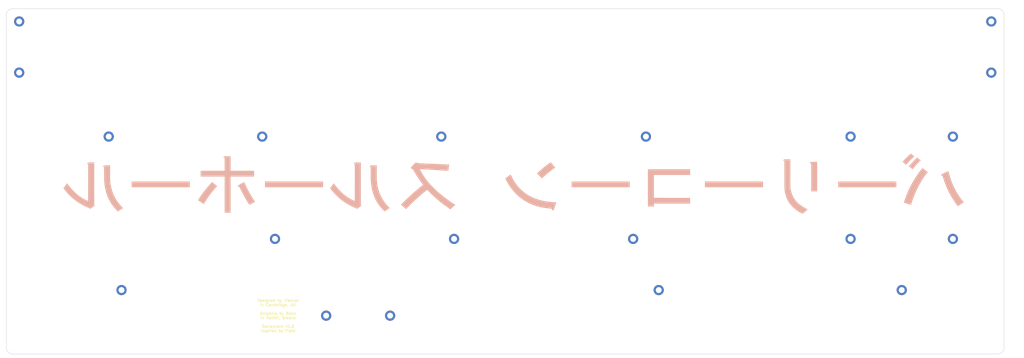
<source format=kicad_pcb>
(kicad_pcb (version 20171130) (host pcbnew "(5.1.0-0)")

  (general
    (thickness 1.6)
    (drawings 11)
    (tracks 0)
    (zones 0)
    (modules 21)
    (nets 2)
  )

  (page A3)
  (title_block
    (title "Barleycorn Back")
    (date 2020-06-30)
    (rev V1.0)
    (company Yiancar-Designs)
    (comment 1 "Inspired by Plaid")
  )

  (layers
    (0 F.Cu signal)
    (31 B.Cu signal)
    (32 B.Adhes user)
    (33 F.Adhes user)
    (34 B.Paste user)
    (35 F.Paste user)
    (36 B.SilkS user)
    (37 F.SilkS user)
    (38 B.Mask user)
    (39 F.Mask user)
    (40 Dwgs.User user)
    (41 Cmts.User user)
    (42 Eco1.User user)
    (43 Eco2.User user)
    (44 Edge.Cuts user)
    (45 Margin user)
    (46 B.CrtYd user)
    (47 F.CrtYd user)
    (48 B.Fab user)
    (49 F.Fab user)
  )

  (setup
    (last_trace_width 0.3)
    (user_trace_width 0.2)
    (user_trace_width 0.25)
    (user_trace_width 0.3)
    (user_trace_width 0.6)
    (trace_clearance 0.3)
    (zone_clearance 0.508)
    (zone_45_only yes)
    (trace_min 0.127)
    (via_size 1)
    (via_drill 0.6)
    (via_min_size 0.6)
    (via_min_drill 0.3)
    (user_via 1.7 1)
    (uvia_size 0.3)
    (uvia_drill 0.1)
    (uvias_allowed no)
    (uvia_min_size 0.2)
    (uvia_min_drill 0.1)
    (edge_width 0.15)
    (segment_width 0.2)
    (pcb_text_width 0.2)
    (pcb_text_size 1 1)
    (mod_edge_width 0.15)
    (mod_text_size 1 1)
    (mod_text_width 0.15)
    (pad_size 1.6 1.6)
    (pad_drill 0.8)
    (pad_to_mask_clearance 0.2)
    (solder_mask_min_width 0.2)
    (aux_axis_origin 22 24)
    (grid_origin 22 24)
    (visible_elements 7FFFFFFF)
    (pcbplotparams
      (layerselection 0x010f0_ffffffff)
      (usegerberextensions true)
      (usegerberattributes false)
      (usegerberadvancedattributes false)
      (creategerberjobfile false)
      (excludeedgelayer true)
      (linewidth 0.100000)
      (plotframeref false)
      (viasonmask false)
      (mode 1)
      (useauxorigin false)
      (hpglpennumber 1)
      (hpglpenspeed 20)
      (hpglpendiameter 15.000000)
      (psnegative false)
      (psa4output false)
      (plotreference true)
      (plotvalue true)
      (plotinvisibletext false)
      (padsonsilk false)
      (subtractmaskfromsilk false)
      (outputformat 1)
      (mirror false)
      (drillshape 0)
      (scaleselection 1)
      (outputdirectory "gerbers/back/"))
  )

  (net 0 "")
  (net 1 GND)

  (net_class Default "これはデフォルトのネット クラスです。"
    (clearance 0.3)
    (trace_width 0.3)
    (via_dia 1)
    (via_drill 0.6)
    (uvia_dia 0.3)
    (uvia_drill 0.1)
  )

  (net_class Power ""
    (clearance 0.3)
    (trace_width 0.8)
    (via_dia 1.2)
    (via_drill 0.8)
    (uvia_dia 0.3)
    (uvia_drill 0.1)
  )

  (module barleycorn:barleycorn_katakana (layer B.Cu) (tedit 0) (tstamp 5E437DEB)
    (at 201.175 71.425 180)
    (fp_text reference Ref** (at 0 0 180) (layer B.SilkS) hide
      (effects (font (size 1.27 1.27) (thickness 0.15)) (justify mirror))
    )
    (fp_text value Val** (at 0 0 180) (layer B.SilkS) hide
      (effects (font (size 1.27 1.27) (thickness 0.15)) (justify mirror))
    )
    (fp_poly (pts (xy -152.826889 -1.802611) (xy -152.77366 -1.84285) (xy -152.695913 -1.906531) (xy -152.59682 -1.990888)
      (xy -152.479553 -2.093152) (xy -152.347282 -2.210557) (xy -152.20318 -2.340334) (xy -152.050418 -2.479716)
      (xy -151.892167 -2.625936) (xy -151.881417 -2.635936) (xy -151.794021 -2.718448) (xy -151.684612 -2.823635)
      (xy -151.556777 -2.947913) (xy -151.414101 -3.087696) (xy -151.260172 -3.239397) (xy -151.098576 -3.399431)
      (xy -150.932899 -3.564213) (xy -150.766727 -3.730156) (xy -150.603648 -3.893675) (xy -150.447247 -4.051185)
      (xy -150.301112 -4.199099) (xy -150.168828 -4.333833) (xy -150.053982 -4.451799) (xy -149.960161 -4.549413)
      (xy -149.890951 -4.623089) (xy -149.863589 -4.653337) (xy -149.739296 -4.79425) (xy -150.266506 -5.281084)
      (xy -150.397201 -5.401652) (xy -150.522883 -5.517379) (xy -150.638905 -5.624) (xy -150.74062 -5.717252)
      (xy -150.823379 -5.792872) (xy -150.882536 -5.846596) (xy -150.904977 -5.866735) (xy -151.016239 -5.965553)
      (xy -151.298176 -5.655068) (xy -151.64724 -5.275829) (xy -152.00451 -4.897548) (xy -152.364673 -4.525559)
      (xy -152.722417 -4.165199) (xy -153.072429 -3.821803) (xy -153.409395 -3.500707) (xy -153.728003 -3.207247)
      (xy -153.799519 -3.142977) (xy -153.894295 -3.057315) (xy -153.977497 -2.980352) (xy -154.044172 -2.916817)
      (xy -154.089366 -2.871437) (xy -154.108127 -2.848936) (xy -154.108334 -2.848283) (xy -154.09373 -2.830056)
      (xy -154.050652 -2.788646) (xy -153.983392 -2.727676) (xy -153.896242 -2.650767) (xy -153.793494 -2.56154)
      (xy -153.679441 -2.463617) (xy -153.558375 -2.360621) (xy -153.434588 -2.256172) (xy -153.312372 -2.153892)
      (xy -153.19602 -2.057403) (xy -153.089824 -1.970327) (xy -152.998076 -1.896286) (xy -152.925068 -1.8389)
      (xy -152.875093 -1.801792) (xy -152.852443 -1.788584) (xy -152.852429 -1.788584) (xy -152.826889 -1.802611)) (layer B.SilkS) (width 0.01))
    (fp_poly (pts (xy -155.153981 -3.253744) (xy -155.102463 -3.296626) (xy -155.027325 -3.364907) (xy -154.931251 -3.455861)
      (xy -154.816927 -3.566762) (xy -154.687035 -3.694883) (xy -154.54426 -3.8375) (xy -154.391287 -3.991885)
      (xy -154.230799 -4.155313) (xy -154.065481 -4.325058) (xy -153.898018 -4.498394) (xy -153.731093 -4.672594)
      (xy -153.567391 -4.844933) (xy -153.409595 -5.012685) (xy -153.260391 -5.173124) (xy -153.122463 -5.323523)
      (xy -153.074596 -5.376334) (xy -152.991119 -5.469321) (xy -152.891551 -5.58113) (xy -152.781062 -5.705872)
      (xy -152.664824 -5.837656) (xy -152.548007 -5.970591) (xy -152.435781 -6.098786) (xy -152.333319 -6.216352)
      (xy -152.24579 -6.317399) (xy -152.178366 -6.396034) (xy -152.15132 -6.428083) (xy -152.06139 -6.535724)
      (xy -152.775737 -7.05991) (xy -152.929435 -7.172306) (xy -153.073291 -7.276759) (xy -153.203575 -7.370617)
      (xy -153.316557 -7.451227) (xy -153.408509 -7.515935) (xy -153.475701 -7.562087) (xy -153.514403 -7.587032)
      (xy -153.521834 -7.590708) (xy -153.546392 -7.576348) (xy -153.592993 -7.529429) (xy -153.659633 -7.452235)
      (xy -153.744308 -7.347045) (xy -153.807584 -7.265373) (xy -153.969731 -7.057303) (xy -154.152435 -6.829442)
      (xy -154.346849 -6.592457) (xy -154.544128 -6.357013) (xy -154.735426 -6.133774) (xy -154.911895 -5.933408)
      (xy -154.917939 -5.926667) (xy -155.023523 -5.811448) (xy -155.152325 -5.674832) (xy -155.298509 -5.522697)
      (xy -155.45624 -5.36092) (xy -155.619684 -5.195378) (xy -155.783005 -5.031949) (xy -155.940367 -4.876511)
      (xy -156.085937 -4.73494) (xy -156.213877 -4.613115) (xy -156.310724 -4.523775) (xy -156.401658 -4.441327)
      (xy -156.464816 -4.382052) (xy -156.504114 -4.341057) (xy -156.523465 -4.313447) (xy -156.526785 -4.294328)
      (xy -156.517988 -4.278805) (xy -156.511807 -4.272362) (xy -156.479477 -4.243943) (xy -156.420031 -4.194984)
      (xy -156.337862 -4.128893) (xy -156.237367 -4.049077) (xy -156.122938 -3.958946) (xy -155.998971 -3.861906)
      (xy -155.86986 -3.761365) (xy -155.74 -3.660731) (xy -155.613785 -3.563411) (xy -155.49561 -3.472815)
      (xy -155.389869 -3.392348) (xy -155.300958 -3.325419) (xy -155.233269 -3.275436) (xy -155.191199 -3.245806)
      (xy -155.179195 -3.238987) (xy -155.153981 -3.253744)) (layer B.SilkS) (width 0.01))
    (fp_poly (pts (xy -18.739904 -4.985069) (xy -18.690431 -5.01492) (xy -18.619387 -5.059441) (xy -18.533683 -5.11435)
      (xy -18.513466 -5.127452) (xy -18.106193 -5.399711) (xy -17.686241 -5.695931) (xy -17.252136 -6.017306)
      (xy -16.802408 -6.365029) (xy -16.335584 -6.740294) (xy -15.850192 -7.144294) (xy -15.344759 -7.578222)
      (xy -14.817813 -8.043272) (xy -14.267883 -8.540638) (xy -14.005142 -8.782129) (xy -13.606272 -9.150509)
      (xy -14.534171 -10.078588) (xy -14.697867 -10.242253) (xy -14.852478 -10.396716) (xy -14.995448 -10.53943)
      (xy -15.12422 -10.667847) (xy -15.236236 -10.77942) (xy -15.328938 -10.871604) (xy -15.399771 -10.941851)
      (xy -15.446176 -10.987613) (xy -15.465596 -11.006346) (xy -15.466022 -11.006667) (xy -15.482121 -10.993192)
      (xy -15.522931 -10.956557) (xy -15.582179 -10.902448) (xy -15.649489 -10.840355) (xy -16.236387 -10.307059)
      (xy -16.839373 -9.779253) (xy -17.452465 -9.261776) (xy -18.06968 -8.759462) (xy -18.685039 -8.27715)
      (xy -19.292557 -7.819674) (xy -19.886255 -7.391872) (xy -20.091604 -7.248716) (xy -20.214544 -7.162046)
      (xy -20.30908 -7.09165) (xy -20.373115 -7.039205) (xy -20.404554 -7.006385) (xy -20.406833 -6.996722)
      (xy -20.36836 -6.947881) (xy -20.308858 -6.873382) (xy -20.231101 -6.776634) (xy -20.137867 -6.661048)
      (xy -20.031929 -6.530035) (xy -19.916064 -6.387004) (xy -19.793046 -6.235366) (xy -19.66565 -6.078532)
      (xy -19.536653 -5.919912) (xy -19.40883 -5.762915) (xy -19.284955 -5.610953) (xy -19.167804 -5.467436)
      (xy -19.060153 -5.335774) (xy -18.964777 -5.219378) (xy -18.88445 -5.121658) (xy -18.821949 -5.046024)
      (xy -18.780049 -4.995886) (xy -18.761525 -4.974656) (xy -18.760896 -4.974167) (xy -18.739904 -4.985069)) (layer B.SilkS) (width 0.01))
    (fp_poly (pts (xy 137.303068 -13.223875) (xy 137.297583 -14.298084) (xy 126.476125 -14.303396) (xy 115.654666 -14.308708)
      (xy 115.654666 -12.149667) (xy 137.308554 -12.149667) (xy 137.303068 -13.223875)) (layer B.SilkS) (width 0.01))
    (fp_poly (pts (xy 87.651166 -14.308667) (xy 66.018833 -14.308667) (xy 66.018833 -12.149667) (xy 87.651166 -12.149667)
      (xy 87.651166 -14.308667)) (layer B.SilkS) (width 0.01))
    (fp_poly (pts (xy -26.505765 -13.223875) (xy -26.51125 -14.298084) (xy -37.332709 -14.303396) (xy -48.154167 -14.308708)
      (xy -48.154167 -12.149667) (xy -26.500279 -12.149667) (xy -26.505765 -13.223875)) (layer B.SilkS) (width 0.01))
    (fp_poly (pts (xy -76.157667 -14.308667) (xy -97.79 -14.308667) (xy -97.79 -12.149667) (xy -76.157667 -12.149667)
      (xy -76.157667 -14.308667)) (layer B.SilkS) (width 0.01))
    (fp_poly (pts (xy -125.7935 -14.308667) (xy -147.425834 -14.308667) (xy -147.425834 -12.149667) (xy -125.7935 -12.149667)
      (xy -125.7935 -14.308667)) (layer B.SilkS) (width 0.01))
    (fp_poly (pts (xy -116.898209 -4.868493) (xy -116.662858 -4.868972) (xy -116.44382 -4.870289) (xy -116.244976 -4.872374)
      (xy -116.070209 -4.875155) (xy -115.923401 -4.878563) (xy -115.808435 -4.882525) (xy -115.729193 -4.886973)
      (xy -115.697 -4.890347) (xy -115.581911 -4.916324) (xy -115.476237 -4.95448) (xy -115.388815 -5.000424)
      (xy -115.328476 -5.049765) (xy -115.30702 -5.084162) (xy -115.295392 -5.153623) (xy -115.309802 -5.226291)
      (xy -115.352776 -5.306963) (xy -115.426841 -5.400432) (xy -115.529696 -5.506805) (xy -115.718167 -5.690194)
      (xy -115.718167 -15.853834) (xy -117.961834 -15.853834) (xy -117.961834 -4.868334) (xy -116.898209 -4.868493)) (layer B.SilkS) (width 0.01))
    (fp_poly (pts (xy 107.374298 -12.387884) (xy 107.402598 -12.416263) (xy 107.455044 -12.470894) (xy 107.527061 -12.546931)
      (xy 107.614073 -12.639527) (xy 107.711505 -12.743835) (xy 107.788816 -12.827) (xy 108.471315 -13.577194)
      (xy 109.118084 -14.317802) (xy 109.728533 -15.048072) (xy 110.302073 -15.767251) (xy 110.838113 -16.474584)
      (xy 111.336064 -17.169318) (xy 111.795335 -17.8507) (xy 112.11342 -18.3515) (xy 112.206497 -18.503312)
      (xy 112.294203 -18.648663) (xy 112.373937 -18.783047) (xy 112.443097 -18.901963) (xy 112.49908 -19.000907)
      (xy 112.539284 -19.075376) (xy 112.561107 -19.120866) (xy 112.564333 -19.131822) (xy 112.547407 -19.146674)
      (xy 112.49908 -19.18271) (xy 112.423025 -19.237408) (xy 112.322915 -19.308249) (xy 112.202423 -19.392712)
      (xy 112.065224 -19.488277) (xy 111.91499 -19.592423) (xy 111.755395 -19.702631) (xy 111.590113 -19.816381)
      (xy 111.422817 -19.931151) (xy 111.25718 -20.044422) (xy 111.096876 -20.153673) (xy 110.945578 -20.256385)
      (xy 110.806961 -20.350037) (xy 110.684696 -20.432108) (xy 110.582458 -20.500079) (xy 110.503921 -20.551429)
      (xy 110.452757 -20.583638) (xy 110.432783 -20.594211) (xy 110.417545 -20.576411) (xy 110.384913 -20.527335)
      (xy 110.338341 -20.452548) (xy 110.281282 -20.357617) (xy 110.217191 -20.248109) (xy 110.206215 -20.229086)
      (xy 109.786322 -19.52489) (xy 109.332097 -18.809922) (xy 108.848033 -18.090281) (xy 108.338624 -17.372069)
      (xy 107.808364 -16.661384) (xy 107.261745 -15.964327) (xy 106.703261 -15.286998) (xy 106.137406 -14.635497)
      (xy 105.859152 -14.327913) (xy 105.763056 -14.222868) (xy 105.675603 -14.126729) (xy 105.601199 -14.044383)
      (xy 105.54425 -13.980718) (xy 105.509162 -13.94062) (xy 105.50079 -13.930399) (xy 105.498534 -13.920189)
      (xy 105.505196 -13.904306) (xy 105.523081 -13.880663) (xy 105.554497 -13.847174) (xy 105.601752 -13.801751)
      (xy 105.667152 -13.742309) (xy 105.753006 -13.666761) (xy 105.861619 -13.57302) (xy 105.9953 -13.458999)
      (xy 106.156355 -13.322612) (xy 106.347091 -13.161773) (xy 106.399107 -13.117984) (xy 107.323051 -12.340352)
      (xy 107.374298 -12.387884)) (layer B.SilkS) (width 0.01))
    (fp_poly (pts (xy 95.416056 -12.363531) (xy 95.470563 -12.389175) (xy 95.55551 -12.43171) (xy 95.667564 -12.489393)
      (xy 95.803393 -12.560482) (xy 95.959662 -12.643236) (xy 96.133039 -12.735911) (xy 96.32019 -12.836765)
      (xy 96.478247 -12.922526) (xy 96.709876 -13.048777) (xy 96.907227 -13.156855) (xy 97.07335 -13.248555)
      (xy 97.211292 -13.325674) (xy 97.324104 -13.390007) (xy 97.414834 -13.443351) (xy 97.486533 -13.487501)
      (xy 97.542248 -13.524255) (xy 97.58503 -13.555406) (xy 97.617927 -13.582753) (xy 97.643988 -13.60809)
      (xy 97.646267 -13.61051) (xy 97.723196 -13.711624) (xy 97.758485 -13.805685) (xy 97.752275 -13.89245)
      (xy 97.704708 -13.971677) (xy 97.615924 -14.043125) (xy 97.486066 -14.106549) (xy 97.326021 -14.158815)
      (xy 97.249189 -14.181276) (xy 97.189016 -14.201742) (xy 97.15667 -14.216351) (xy 97.154648 -14.218079)
      (xy 97.141829 -14.241475) (xy 97.114199 -14.297402) (xy 97.074603 -14.379913) (xy 97.025886 -14.483064)
      (xy 96.970894 -14.600908) (xy 96.954287 -14.63675) (xy 96.797752 -14.968993) (xy 96.622619 -15.329747)
      (xy 96.432695 -15.711605) (xy 96.231786 -16.10716) (xy 96.0237 -16.509006) (xy 95.812243 -16.909735)
      (xy 95.601224 -17.301941) (xy 95.394449 -17.678217) (xy 95.34951 -17.758834) (xy 95.239505 -17.954167)
      (xy 95.120656 -18.162553) (xy 94.994736 -18.381065) (xy 94.863513 -18.606773) (xy 94.728759 -18.836749)
      (xy 94.592243 -19.068063) (xy 94.455737 -19.297788) (xy 94.32101 -19.522994) (xy 94.189834 -19.740754)
      (xy 94.063978 -19.948137) (xy 93.945213 -20.142217) (xy 93.83531 -20.320063) (xy 93.736038 -20.478747)
      (xy 93.649168 -20.615341) (xy 93.576471 -20.726915) (xy 93.519717 -20.810542) (xy 93.480676 -20.863292)
      (xy 93.461416 -20.882186) (xy 93.439429 -20.873187) (xy 93.383726 -20.845601) (xy 93.297694 -20.801226)
      (xy 93.18472 -20.74186) (xy 93.048189 -20.6693) (xy 92.891489 -20.585345) (xy 92.718007 -20.49179)
      (xy 92.531129 -20.390435) (xy 92.387939 -20.312413) (xy 92.193884 -20.20617) (xy 92.01139 -20.105672)
      (xy 91.843773 -20.012786) (xy 91.694348 -19.929376) (xy 91.566431 -19.857308) (xy 91.463338 -19.798448)
      (xy 91.388384 -19.754661) (xy 91.344886 -19.727812) (xy 91.334898 -19.719956) (xy 91.346063 -19.698821)
      (xy 91.378171 -19.646524) (xy 91.428624 -19.567087) (xy 91.494824 -19.464534) (xy 91.574175 -19.342888)
      (xy 91.664078 -19.206171) (xy 91.761937 -19.058406) (xy 91.765393 -19.053206) (xy 91.977951 -18.731671)
      (xy 92.170894 -18.435803) (xy 92.349538 -18.157053) (xy 92.519195 -17.886872) (xy 92.68518 -17.616712)
      (xy 92.852807 -17.338023) (xy 93.027389 -17.042257) (xy 93.201543 -16.742834) (xy 93.524727 -16.170974)
      (xy 93.849883 -15.570694) (xy 94.171531 -14.95284) (xy 94.48419 -14.32826) (xy 94.782378 -13.7078)
      (xy 95.060614 -13.102305) (xy 95.19634 -12.79525) (xy 95.251012 -12.670532) (xy 95.300589 -12.558945)
      (xy 95.342418 -12.466339) (xy 95.373846 -12.398562) (xy 95.392221 -12.361463) (xy 95.395324 -12.356519)
      (xy 95.416056 -12.363531)) (layer B.SilkS) (width 0.01))
    (fp_poly (pts (xy -157.113023 -7.134163) (xy -157.069461 -7.178904) (xy -157.005626 -7.252293) (xy -156.923724 -7.351461)
      (xy -156.825964 -7.473539) (xy -156.714554 -7.615659) (xy -156.591703 -7.77495) (xy -156.45962 -7.948544)
      (xy -156.320512 -8.133572) (xy -156.176588 -8.327164) (xy -156.030057 -8.526452) (xy -155.883127 -8.728567)
      (xy -155.738005 -8.930638) (xy -155.699112 -8.98525) (xy -154.965153 -10.051356) (xy -154.272483 -11.126558)
      (xy -153.621004 -12.21105) (xy -153.010616 -13.305026) (xy -152.441222 -14.408679) (xy -151.912724 -15.522204)
      (xy -151.425024 -16.645794) (xy -150.978023 -17.779644) (xy -150.571623 -18.923948) (xy -150.399213 -19.450978)
      (xy -150.353013 -19.596702) (xy -150.311601 -19.728551) (xy -150.276567 -19.841358) (xy -150.249501 -19.92996)
      (xy -150.231996 -19.989193) (xy -150.22564 -20.013892) (xy -150.2257 -20.014289) (xy -150.246062 -20.021409)
      (xy -150.303227 -20.040748) (xy -150.393826 -20.07118) (xy -150.514487 -20.111579) (xy -150.661841 -20.160819)
      (xy -150.832515 -20.217774) (xy -151.023139 -20.281317) (xy -151.230344 -20.350323) (xy -151.450757 -20.423665)
      (xy -151.521584 -20.44722) (xy -151.746107 -20.521894) (xy -151.959005 -20.592726) (xy -152.156835 -20.65857)
      (xy -152.336158 -20.718279) (xy -152.493531 -20.770708) (xy -152.625514 -20.814709) (xy -152.728665 -20.849137)
      (xy -152.799543 -20.872843) (xy -152.834706 -20.884683) (xy -152.837757 -20.885742) (xy -152.854116 -20.869647)
      (xy -152.880171 -20.814227) (xy -152.915235 -20.721201) (xy -152.95862 -20.592285) (xy -152.972401 -20.549249)
      (xy -153.076427 -20.228532) (xy -153.194475 -19.877386) (xy -153.32355 -19.504142) (xy -153.460658 -19.117135)
      (xy -153.602803 -18.724696) (xy -153.746993 -18.335161) (xy -153.890231 -17.956861) (xy -154.029525 -17.598129)
      (xy -154.066416 -17.504834) (xy -154.419901 -16.643891) (xy -154.791628 -15.79464) (xy -155.178964 -14.962457)
      (xy -155.579278 -14.152722) (xy -155.989935 -13.370811) (xy -156.408304 -12.622103) (xy -156.693206 -12.139084)
      (xy -157.180514 -11.358641) (xy -157.68157 -10.611075) (xy -158.202618 -9.8876) (xy -158.749901 -9.179432)
      (xy -159.108893 -8.739682) (xy -159.172402 -8.663447) (xy -158.167306 -7.897587) (xy -157.985894 -7.759529)
      (xy -157.814079 -7.629111) (xy -157.654881 -7.508602) (xy -157.511324 -7.400276) (xy -157.386428 -7.306403)
      (xy -157.283216 -7.229255) (xy -157.204709 -7.171104) (xy -157.15393 -7.13422) (xy -157.1341 -7.12094)
      (xy -157.113023 -7.134163)) (layer B.SilkS) (width 0.01))
    (fp_poly (pts (xy -166.784298 -8.284907) (xy -166.725898 -8.309668) (xy -166.637278 -8.348669) (xy -166.522489 -8.400039)
      (xy -166.385583 -8.461907) (xy -166.230611 -8.532402) (xy -166.061626 -8.609651) (xy -165.882678 -8.691785)
      (xy -165.697821 -8.77693) (xy -165.511104 -8.863217) (xy -165.32658 -8.948774) (xy -165.148301 -9.031729)
      (xy -164.980318 -9.11021) (xy -164.826682 -9.182348) (xy -164.691447 -9.246269) (xy -164.578662 -9.300104)
      (xy -164.49238 -9.34198) (xy -164.436653 -9.370026) (xy -164.418493 -9.380106) (xy -164.29914 -9.470188)
      (xy -164.210483 -9.567266) (xy -164.155313 -9.666719) (xy -164.136418 -9.763921) (xy -164.14694 -9.830217)
      (xy -164.190531 -9.907803) (xy -164.268576 -9.990169) (xy -164.37453 -10.071552) (xy -164.501847 -10.146186)
      (xy -164.510947 -10.150787) (xy -164.582957 -10.187014) (xy -164.638388 -10.215224) (xy -164.668031 -10.230721)
      (xy -164.670556 -10.232217) (xy -164.677667 -10.252672) (xy -164.694998 -10.307704) (xy -164.720707 -10.391313)
      (xy -164.752954 -10.497498) (xy -164.789897 -10.620257) (xy -164.802254 -10.661537) (xy -165.159669 -11.783309)
      (xy -165.556839 -12.890989) (xy -165.993234 -13.9835) (xy -166.468326 -15.059764) (xy -166.981584 -16.118705)
      (xy -167.532481 -17.159245) (xy -168.120487 -18.180305) (xy -168.745073 -19.180811) (xy -169.405711 -20.159682)
      (xy -169.601858 -20.436417) (xy -169.714126 -20.592334) (xy -169.824508 -20.744198) (xy -169.930137 -20.888179)
      (xy -170.028142 -21.020448) (xy -170.115655 -21.137177) (xy -170.189806 -21.234537) (xy -170.247726 -21.308697)
      (xy -170.286544 -21.35583) (xy -170.302996 -21.372054) (xy -170.322817 -21.361546) (xy -170.374972 -21.329777)
      (xy -170.4564 -21.278707) (xy -170.564043 -21.210299) (xy -170.694838 -21.126513) (xy -170.845726 -21.029312)
      (xy -171.013646 -20.920656) (xy -171.195537 -20.802506) (xy -171.38834 -20.676825) (xy -171.416323 -20.658548)
      (xy -171.610646 -20.531496) (xy -171.794505 -20.411093) (xy -171.964826 -20.299364) (xy -172.118534 -20.198335)
      (xy -172.252556 -20.110032) (xy -172.363818 -20.03648) (xy -172.449245 -19.979706) (xy -172.505763 -19.941735)
      (xy -172.530299 -19.924593) (xy -172.530984 -19.923994) (xy -172.523498 -19.902984) (xy -172.492857 -19.855093)
      (xy -172.443063 -19.785917) (xy -172.378118 -19.70105) (xy -172.314598 -19.6215) (xy -171.652285 -18.773438)
      (xy -171.025193 -17.902182) (xy -170.433814 -17.008722) (xy -169.87864 -16.094051) (xy -169.360161 -15.159158)
      (xy -168.878871 -14.205035) (xy -168.43526 -13.232673) (xy -168.029821 -12.243062) (xy -167.663045 -11.237194)
      (xy -167.335424 -10.216059) (xy -167.04745 -9.180649) (xy -166.960202 -8.831884) (xy -166.923991 -8.68543)
      (xy -166.890222 -8.553437) (xy -166.860346 -8.441214) (xy -166.835814 -8.354073) (xy -166.818077 -8.297326)
      (xy -166.808585 -8.276283) (xy -166.808425 -8.276259) (xy -166.784298 -8.284907)) (layer B.SilkS) (width 0.01))
    (fp_poly (pts (xy -54.9275 -21.484167) (xy -57.171167 -21.484167) (xy -57.171167 -20.404667) (xy -70.654722 -20.404667)
      (xy -70.649236 -19.330459) (xy -70.64375 -18.25625) (xy -63.907459 -18.250926) (xy -57.171167 -18.245601)
      (xy -57.171167 -9.736667) (xy -70.654334 -9.736667) (xy -70.654334 -7.598834) (xy -54.9275 -7.598834)
      (xy -54.9275 -21.484167)) (layer B.SilkS) (width 0.01))
    (fp_poly (pts (xy 152.493705 -5.059021) (xy 152.705578 -5.059791) (xy 152.883092 -5.061458) (xy 153.030232 -5.064336)
      (xy 153.150986 -5.068739) (xy 153.249339 -5.074979) (xy 153.329278 -5.083372) (xy 153.394789 -5.094231)
      (xy 153.449859 -5.10787) (xy 153.498474 -5.124601) (xy 153.54462 -5.14474) (xy 153.584063 -5.16435)
      (xy 153.690976 -5.234868) (xy 153.7569 -5.315393) (xy 153.78184 -5.406055) (xy 153.765799 -5.506985)
      (xy 153.708782 -5.618315) (xy 153.610793 -5.740175) (xy 153.603822 -5.747602) (xy 153.500601 -5.856743)
      (xy 153.505925 -12.633004) (xy 153.51125 -19.409265) (xy 153.873462 -19.253403) (xy 154.496651 -18.967095)
      (xy 155.105248 -18.65033) (xy 155.70231 -18.301125) (xy 156.290892 -17.917497) (xy 156.874048 -17.497462)
      (xy 157.454833 -17.03904) (xy 157.988 -16.583179) (xy 158.121618 -16.461875) (xy 158.277733 -16.315265)
      (xy 158.450346 -16.149349) (xy 158.633457 -15.970128) (xy 158.821067 -15.783602) (xy 159.007177 -15.595773)
      (xy 159.185787 -15.41264) (xy 159.3509 -15.240204) (xy 159.496515 -15.084466) (xy 159.595394 -14.975417)
      (xy 160.266491 -14.192754) (xy 160.89728 -13.39812) (xy 161.13125 -13.086485) (xy 161.198294 -12.997293)
      (xy 161.257013 -12.922071) (xy 161.302715 -12.866607) (xy 161.330708 -12.836686) (xy 161.336673 -12.833131)
      (xy 161.351696 -12.850534) (xy 161.389419 -12.898933) (xy 161.447496 -12.975193) (xy 161.523579 -13.076182)
      (xy 161.61532 -13.198769) (xy 161.720373 -13.33982) (xy 161.836388 -13.496202) (xy 161.961019 -13.664783)
      (xy 162.028912 -13.75685) (xy 162.706227 -14.676116) (xy 162.643148 -14.762267) (xy 162.451224 -15.018675)
      (xy 162.236481 -15.295497) (xy 162.006373 -15.583554) (xy 161.768357 -15.873671) (xy 161.529889 -16.156671)
      (xy 161.298424 -16.423377) (xy 161.240387 -16.488834) (xy 161.121816 -16.61876) (xy 160.978013 -16.77118)
      (xy 160.814488 -16.940627) (xy 160.636754 -17.121638) (xy 160.450322 -17.308748) (xy 160.260704 -17.496492)
      (xy 160.073411 -17.679407) (xy 159.893955 -17.852027) (xy 159.727847 -18.008888) (xy 159.5806 -18.144525)
      (xy 159.48025 -18.233937) (xy 158.780513 -18.820944) (xy 158.071429 -19.368253) (xy 157.349443 -19.878102)
      (xy 156.610997 -20.352729) (xy 155.852537 -20.794371) (xy 155.070505 -21.205265) (xy 154.261347 -21.58765)
      (xy 153.898452 -21.746315) (xy 153.731727 -21.818708) (xy 153.55238 -21.898676) (xy 153.371987 -21.980915)
      (xy 153.202123 -22.060121) (xy 153.054367 -22.130988) (xy 152.995731 -22.159966) (xy 152.879487 -22.217956)
      (xy 152.776856 -22.268774) (xy 152.693569 -22.309613) (xy 152.635352 -22.33767) (xy 152.607936 -22.350138)
      (xy 152.606597 -22.350508) (xy 152.5891 -22.337873) (xy 152.541184 -22.302286) (xy 152.466231 -22.246283)
      (xy 152.367623 -22.1724) (xy 152.248741 -22.083172) (xy 152.112968 -21.981136) (xy 151.963684 -21.868828)
      (xy 151.830013 -21.768174) (xy 151.671826 -21.648972) (xy 151.524224 -21.537666) (xy 151.390606 -21.436825)
      (xy 151.274371 -21.349019) (xy 151.178918 -21.276817) (xy 151.107646 -21.222786) (xy 151.063954 -21.189497)
      (xy 151.051057 -21.179447) (xy 151.055448 -21.157969) (xy 151.073181 -21.105173) (xy 151.101463 -21.028875)
      (xy 151.1375 -20.936895) (xy 151.139502 -20.931908) (xy 151.235833 -20.692255) (xy 151.235833 -5.058834)
      (xy 152.243486 -5.058834) (xy 152.493705 -5.059021)) (layer B.SilkS) (width 0.01))
    (fp_poly (pts (xy 53.215744 -5.058997) (xy 53.416692 -5.059564) (xy 53.583029 -5.060652) (xy 53.718614 -5.062379)
      (xy 53.827309 -5.06486) (xy 53.912973 -5.068212) (xy 53.979467 -5.072553) (xy 54.030652 -5.077999)
      (xy 54.070388 -5.084667) (xy 54.102534 -5.092674) (xy 54.103449 -5.092944) (xy 54.258212 -5.14951)
      (xy 54.376716 -5.216049) (xy 54.457328 -5.291234) (xy 54.498416 -5.373733) (xy 54.503622 -5.418667)
      (xy 54.48588 -5.504495) (xy 54.436977 -5.603885) (xy 54.361738 -5.708096) (xy 54.315507 -5.759531)
      (xy 54.207768 -5.871309) (xy 54.213092 -12.639568) (xy 54.218416 -19.407826) (xy 54.525333 -19.280482)
      (xy 55.100041 -19.023619) (xy 55.679328 -18.728615) (xy 56.257953 -18.39851) (xy 56.830677 -18.036341)
      (xy 57.392261 -17.645147) (xy 57.56275 -17.518851) (xy 57.823427 -17.319668) (xy 58.069285 -17.12456)
      (xy 58.306443 -16.928131) (xy 58.541021 -16.724988) (xy 58.779137 -16.509735) (xy 59.026912 -16.276977)
      (xy 59.290464 -16.021319) (xy 59.521445 -15.792005) (xy 59.894298 -15.411981) (xy 60.242182 -15.042872)
      (xy 60.572747 -14.675856) (xy 60.893643 -14.302111) (xy 61.212519 -13.912815) (xy 61.537024 -13.499146)
      (xy 61.734552 -13.239636) (xy 61.831827 -13.110876) (xy 61.907104 -13.012513) (xy 61.963667 -12.940988)
      (xy 62.004804 -12.892744) (xy 62.033798 -12.864224) (xy 62.053936 -12.851871) (xy 62.068503 -12.852126)
      (xy 62.080784 -12.861433) (xy 62.082331 -12.863066) (xy 62.102769 -12.888516) (xy 62.144561 -12.943347)
      (xy 62.204882 -13.023709) (xy 62.280906 -13.125752) (xy 62.369807 -13.245628) (xy 62.46876 -13.379489)
      (xy 62.57494 -13.523483) (xy 62.68552 -13.673763) (xy 62.797676 -13.82648) (xy 62.908582 -13.977784)
      (xy 63.015412 -14.123825) (xy 63.115341 -14.260756) (xy 63.205543 -14.384727) (xy 63.283193 -14.491889)
      (xy 63.345465 -14.578392) (xy 63.389533 -14.640388) (xy 63.412572 -14.674028) (xy 63.415333 -14.678954)
      (xy 63.40323 -14.699294) (xy 63.36986 -14.747168) (xy 63.319633 -14.816451) (xy 63.256959 -14.901019)
      (xy 63.220294 -14.949822) (xy 62.617529 -15.715493) (xy 61.991634 -16.44576) (xy 61.342417 -17.140797)
      (xy 60.669688 -17.800781) (xy 59.973256 -18.425885) (xy 59.252931 -19.016285) (xy 58.508523 -19.572155)
      (xy 57.739839 -20.093671) (xy 57.3405 -20.345185) (xy 56.957611 -20.572984) (xy 56.547484 -20.80363)
      (xy 56.119865 -21.032178) (xy 55.684502 -21.25368) (xy 55.251142 -21.463193) (xy 54.829531 -21.655769)
      (xy 54.429418 -21.826463) (xy 54.38775 -21.843443) (xy 54.278194 -21.889865) (xy 54.143042 -21.950217)
      (xy 53.99429 -22.018965) (xy 53.843934 -22.090573) (xy 53.71786 -22.152538) (xy 53.323138 -22.350057)
      (xy 52.548402 -21.768804) (xy 52.389855 -21.649401) (xy 52.24222 -21.537346) (xy 52.108863 -21.435256)
      (xy 51.993151 -21.345749) (xy 51.898449 -21.271442) (xy 51.828123 -21.214952) (xy 51.785538 -21.178899)
      (xy 51.773666 -21.166284) (xy 51.781178 -21.139341) (xy 51.80163 -21.081698) (xy 51.831902 -21.001818)
      (xy 51.86887 -20.908169) (xy 51.868916 -20.908053) (xy 51.964166 -20.671088) (xy 51.964166 -5.058834)
      (xy 52.976324 -5.058834) (xy 53.215744 -5.058997)) (layer B.SilkS) (width 0.01))
    (fp_poly (pts (xy 31.511408 -5.094947) (xy 31.564089 -5.138554) (xy 31.644531 -5.211613) (xy 31.752975 -5.314355)
      (xy 31.889662 -5.447008) (xy 32.054832 -5.609804) (xy 32.248725 -5.802971) (xy 32.377369 -5.931959)
      (xy 32.56397 -6.119742) (xy 32.722785 -6.280322) (xy 32.856163 -6.416222) (xy 32.966455 -6.529968)
      (xy 33.056012 -6.624084) (xy 33.127183 -6.701096) (xy 33.18232 -6.76353) (xy 33.223772 -6.813909)
      (xy 33.25389 -6.85476) (xy 33.275025 -6.888607) (xy 33.284135 -6.906111) (xy 33.326837 -7.017701)
      (xy 33.335202 -7.110973) (xy 33.307902 -7.194117) (xy 33.243607 -7.275322) (xy 33.220655 -7.297139)
      (xy 33.155896 -7.349326) (xy 33.085693 -7.389096) (xy 32.995458 -7.423928) (xy 32.938653 -7.441716)
      (xy 32.83028 -7.474485) (xy 32.753942 -7.50061) (xy 32.70116 -7.525727) (xy 32.663454 -7.55547)
      (xy 32.632347 -7.595475) (xy 32.599358 -7.651375) (xy 32.585383 -7.676486) (xy 32.537897 -7.759963)
      (xy 32.471145 -7.874456) (xy 32.388138 -8.014983) (xy 32.291888 -8.176563) (xy 32.185405 -8.354215)
      (xy 32.071702 -8.542957) (xy 31.95379 -8.737808) (xy 31.834681 -8.933787) (xy 31.717387 -9.125912)
      (xy 31.604918 -9.309202) (xy 31.500287 -9.478676) (xy 31.406504 -9.629351) (xy 31.359057 -9.704917)
      (xy 31.021635 -10.232765) (xy 30.666384 -10.774687) (xy 30.300237 -11.320478) (xy 29.930125 -11.859936)
      (xy 29.562982 -12.382859) (xy 29.205741 -12.879043) (xy 29.155957 -12.947097) (xy 28.811889 -13.416444)
      (xy 29.026819 -13.581403) (xy 29.687225 -14.096835) (xy 30.367741 -14.644642) (xy 31.065022 -15.221957)
      (xy 31.775727 -15.825912) (xy 32.496511 -16.453639) (xy 33.224029 -17.102272) (xy 33.95494 -17.768943)
      (xy 34.490026 -18.266574) (xy 34.594272 -18.365093) (xy 34.716502 -18.48193) (xy 34.854121 -18.614517)
      (xy 35.004536 -18.760285) (xy 35.165151 -18.916662) (xy 35.333372 -19.081079) (xy 35.506604 -19.250968)
      (xy 35.682254 -19.423758) (xy 35.857725 -19.596879) (xy 36.030424 -19.767763) (xy 36.197757 -19.933839)
      (xy 36.357128 -20.092537) (xy 36.505942 -20.241288) (xy 36.641607 -20.377523) (xy 36.761526 -20.498671)
      (xy 36.863106 -20.602163) (xy 36.943751 -20.68543) (xy 37.000867 -20.745901) (xy 37.031861 -20.781008)
      (xy 37.036817 -20.788915) (xy 37.019548 -20.806767) (xy 36.973418 -20.848637) (xy 36.901852 -20.91163)
      (xy 36.808274 -20.992855) (xy 36.696108 -21.089417) (xy 36.568779 -21.198423) (xy 36.429712 -21.316981)
      (xy 36.28233 -21.442197) (xy 36.130058 -21.571178) (xy 35.976322 -21.701031) (xy 35.824544 -21.828863)
      (xy 35.67815 -21.95178) (xy 35.540563 -22.066889) (xy 35.41521 -22.171297) (xy 35.305513 -22.262112)
      (xy 35.214897 -22.336439) (xy 35.146787 -22.391385) (xy 35.104607 -22.424059) (xy 35.091776 -22.432203)
      (xy 35.073894 -22.416267) (xy 35.029401 -22.372838) (xy 34.961159 -22.304809) (xy 34.872031 -22.215075)
      (xy 34.764881 -22.10653) (xy 34.64257 -21.982068) (xy 34.507961 -21.844582) (xy 34.363918 -21.696967)
      (xy 34.327294 -21.65936) (xy 33.473244 -20.795178) (xy 32.615458 -19.953239) (xy 31.756696 -19.136052)
      (xy 30.899719 -18.346122) (xy 30.047285 -17.585959) (xy 29.202154 -16.858068) (xy 28.367087 -16.164959)
      (xy 27.643666 -15.586508) (xy 27.537933 -15.503716) (xy 27.442544 -15.429409) (xy 27.362853 -15.367727)
      (xy 27.304208 -15.322807) (xy 27.271963 -15.298785) (xy 27.268387 -15.296362) (xy 27.242171 -15.304624)
      (xy 27.190884 -15.345035) (xy 27.115724 -15.416549) (xy 27.036516 -15.498308) (xy 26.905362 -15.63566)
      (xy 26.749168 -15.796719) (xy 26.573489 -15.975935) (xy 26.383882 -16.167758) (xy 26.185902 -16.366636)
      (xy 25.985105 -16.567019) (xy 25.787045 -16.763356) (xy 25.597278 -16.950097) (xy 25.421361 -17.121691)
      (xy 25.264848 -17.272587) (xy 25.17775 -17.355432) (xy 24.241587 -18.216382) (xy 23.28469 -19.049758)
      (xy 22.302784 -19.859018) (xy 21.291594 -20.647618) (xy 20.246846 -21.419014) (xy 19.505083 -21.942421)
      (xy 19.415217 -22.004306) (xy 19.309431 -22.076539) (xy 19.193883 -22.154978) (xy 19.074735 -22.235484)
      (xy 18.958146 -22.313913) (xy 18.850277 -22.386125) (xy 18.757287 -22.447978) (xy 18.685338 -22.49533)
      (xy 18.640589 -22.52404) (xy 18.634155 -22.527949) (xy 18.613819 -22.517) (xy 18.564413 -22.479441)
      (xy 18.488162 -22.417173) (xy 18.387286 -22.3321) (xy 18.264009 -22.226122) (xy 18.120553 -22.101142)
      (xy 17.959141 -21.959062) (xy 17.781996 -21.801784) (xy 17.698797 -21.727503) (xy 17.531993 -21.578191)
      (xy 17.374656 -21.437078) (xy 17.229617 -21.306723) (xy 17.099709 -21.189683) (xy 16.987762 -21.088516)
      (xy 16.896608 -21.005781) (xy 16.829079 -20.944035) (xy 16.788006 -20.905837) (xy 16.77607 -20.893907)
      (xy 16.789876 -20.877733) (xy 16.834712 -20.841701) (xy 16.906117 -20.789025) (xy 16.999628 -20.72292)
      (xy 17.110783 -20.646599) (xy 17.235119 -20.563276) (xy 17.235179 -20.563237) (xy 18.261679 -19.87025)
      (xy 19.247175 -19.178437) (xy 20.192939 -18.486811) (xy 21.100243 -17.794386) (xy 21.970363 -17.100177)
      (xy 22.80457 -16.403199) (xy 23.604138 -15.702465) (xy 24.108442 -15.242134) (xy 24.243569 -15.114907)
      (xy 24.400642 -14.963892) (xy 24.574612 -14.794171) (xy 24.760432 -14.610827) (xy 24.953053 -14.418942)
      (xy 25.147426 -14.223601) (xy 25.338503 -14.029884) (xy 25.521235 -13.842877) (xy 25.690574 -13.66766)
      (xy 25.841473 -13.509318) (xy 25.968881 -13.372933) (xy 26.014341 -13.323237) (xy 26.553381 -12.714564)
      (xy 27.055337 -12.117111) (xy 27.522813 -11.52737) (xy 27.958412 -10.94183) (xy 28.364737 -10.356982)
      (xy 28.744393 -9.769315) (xy 29.099982 -9.17532) (xy 29.129719 -9.123485) (xy 29.200408 -8.997422)
      (xy 29.277594 -8.855544) (xy 29.35907 -8.702297) (xy 29.442627 -8.542127) (xy 29.526059 -8.379481)
      (xy 29.607158 -8.218806) (xy 29.683716 -8.064547) (xy 29.753526 -7.921151) (xy 29.814379 -7.793065)
      (xy 29.86407 -7.684734) (xy 29.90039 -7.600607) (xy 29.921131 -7.545128) (xy 29.924339 -7.522951)
      (xy 29.902847 -7.523627) (xy 29.840905 -7.526919) (xy 29.740309 -7.532712) (xy 29.602855 -7.540896)
      (xy 29.430339 -7.551357) (xy 29.224556 -7.563982) (xy 28.987303 -7.578659) (xy 28.720374 -7.595276)
      (xy 28.425567 -7.613719) (xy 28.104675 -7.633876) (xy 27.759497 -7.655634) (xy 27.391826 -7.678881)
      (xy 27.003459 -7.703504) (xy 26.596191 -7.72939) (xy 26.171819 -7.756427) (xy 25.732139 -7.784502)
      (xy 25.278945 -7.813502) (xy 24.814033 -7.843315) (xy 24.658903 -7.853276) (xy 24.190455 -7.883302)
      (xy 23.733092 -7.91249) (xy 23.28861 -7.940728) (xy 22.85881 -7.967907) (xy 22.445488 -7.993918)
      (xy 22.050444 -8.01865) (xy 21.675476 -8.041994) (xy 21.322383 -8.06384) (xy 20.992962 -8.084077)
      (xy 20.689013 -8.102596) (xy 20.412333 -8.119286) (xy 20.164721 -8.134039) (xy 19.947975 -8.146745)
      (xy 19.763895 -8.157292) (xy 19.614277 -8.165572) (xy 19.500921 -8.171474) (xy 19.425625 -8.174889)
      (xy 19.390187 -8.175706) (xy 19.38755 -8.175392) (xy 19.382638 -8.152298) (xy 19.373302 -8.091985)
      (xy 19.360123 -7.999093) (xy 19.343683 -7.878263) (xy 19.324562 -7.734136) (xy 19.303342 -7.571353)
      (xy 19.280603 -7.394554) (xy 19.256928 -7.208381) (xy 19.232896 -7.017474) (xy 19.20909 -6.826475)
      (xy 19.18609 -6.640025) (xy 19.164477 -6.462763) (xy 19.144833 -6.299332) (xy 19.127739 -6.154372)
      (xy 19.113775 -6.032524) (xy 19.103524 -5.938429) (xy 19.097565 -5.876728) (xy 19.096481 -5.852062)
      (xy 19.096593 -5.851851) (xy 19.118093 -5.85031) (xy 19.180149 -5.847023) (xy 19.281022 -5.842067)
      (xy 19.418975 -5.835521) (xy 19.592269 -5.827461) (xy 19.799166 -5.817966) (xy 20.037927 -5.807113)
      (xy 20.306815 -5.79498) (xy 20.604092 -5.781645) (xy 20.928018 -5.767184) (xy 21.276857 -5.751676)
      (xy 21.648868 -5.735198) (xy 22.042316 -5.717828) (xy 22.45546 -5.699643) (xy 22.886564 -5.680721)
      (xy 23.333888 -5.66114) (xy 23.795695 -5.640977) (xy 24.270246 -5.62031) (xy 24.733779 -5.600171)
      (xy 30.363583 -5.355874) (xy 30.903333 -5.2185) (xy 31.050069 -5.181538) (xy 31.184939 -5.148297)
      (xy 31.302014 -5.120178) (xy 31.395363 -5.098585) (xy 31.459057 -5.084922) (xy 31.486246 -5.080563)
      (xy 31.511408 -5.094947)) (layer B.SilkS) (width 0.01))
    (fp_poly (pts (xy -3.821635 -9.539005) (xy -3.77262 -9.572201) (xy -3.695193 -9.625833) (xy -3.592354 -9.697789)
      (xy -3.467101 -9.785959) (xy -3.322434 -9.888231) (xy -3.161352 -10.002495) (xy -2.986855 -10.126638)
      (xy -2.806611 -10.255214) (xy -1.77887 -10.989299) (xy -1.9998 -11.426608) (xy -2.448916 -12.275098)
      (xy -2.921109 -13.088211) (xy -3.416554 -13.866173) (xy -3.935425 -14.609209) (xy -4.477898 -15.317545)
      (xy -5.044146 -15.991407) (xy -5.634345 -16.631021) (xy -6.248668 -17.236612) (xy -6.88729 -17.808407)
      (xy -7.020328 -17.920721) (xy -7.689695 -18.452653) (xy -8.384256 -18.950688) (xy -9.103469 -19.414541)
      (xy -9.84679 -19.843928) (xy -10.613676 -20.238563) (xy -11.403584 -20.598159) (xy -12.215971 -20.922433)
      (xy -13.050294 -21.211098) (xy -13.60122 -21.378668) (xy -14.425166 -21.597392) (xy -15.276778 -21.786944)
      (xy -16.152493 -21.946736) (xy -17.048752 -22.076179) (xy -17.961995 -22.174686) (xy -18.797457 -22.23652)
      (xy -19.042331 -22.250763) (xy -19.131562 -22.444257) (xy -19.22358 -22.62353) (xy -19.315208 -22.760891)
      (xy -19.406998 -22.856754) (xy -19.499507 -22.911529) (xy -19.59329 -22.925628) (xy -19.688901 -22.899464)
      (xy -19.721402 -22.881788) (xy -19.793961 -22.820928) (xy -19.87118 -22.726659) (xy -19.947184 -22.606574)
      (xy -19.975892 -22.553084) (xy -19.988661 -22.520363) (xy -20.012549 -22.451492) (xy -20.046201 -22.350771)
      (xy -20.088257 -22.222503) (xy -20.137361 -22.070989) (xy -20.192154 -21.900531) (xy -20.251279 -21.715431)
      (xy -20.313379 -21.51999) (xy -20.377095 -21.31851) (xy -20.441071 -21.115292) (xy -20.503949 -20.91464)
      (xy -20.564371 -20.720853) (xy -20.620979 -20.538235) (xy -20.672416 -20.371086) (xy -20.717324 -20.223708)
      (xy -20.754347 -20.100404) (xy -20.782125 -20.005474) (xy -20.798158 -19.947631) (xy -20.800785 -19.932662)
      (xy -20.796253 -19.921281) (xy -20.779296 -19.912749) (xy -20.744648 -19.906324) (xy -20.687045 -19.901267)
      (xy -20.601219 -19.896838) (xy -20.481905 -19.892295) (xy -20.379665 -19.888787) (xy -19.441931 -19.841125)
      (xy -18.519878 -19.762374) (xy -17.615562 -19.652931) (xy -16.731037 -19.513193) (xy -15.868358 -19.343558)
      (xy -15.02958 -19.144423) (xy -14.216756 -18.916184) (xy -13.431944 -18.659239) (xy -12.803994 -18.424735)
      (xy -12.035205 -18.099133) (xy -11.293937 -17.74139) (xy -10.579988 -17.351358) (xy -9.893158 -16.928891)
      (xy -9.233245 -16.47384) (xy -8.600048 -15.986059) (xy -7.993366 -15.4654) (xy -7.412997 -14.911716)
      (xy -6.85874 -14.324858) (xy -6.330395 -13.704681) (xy -6.288339 -13.6525) (xy -5.859441 -13.091414)
      (xy -5.444602 -12.495486) (xy -5.047575 -11.870933) (xy -4.672113 -11.223975) (xy -4.321968 -10.560827)
      (xy -4.000893 -9.887707) (xy -3.956945 -9.789584) (xy -3.914684 -9.694709) (xy -3.878865 -9.61481)
      (xy -3.852835 -9.557313) (xy -3.839939 -9.529646) (xy -3.839239 -9.528357) (xy -3.821635 -9.539005)) (layer B.SilkS) (width 0.01))
    (fp_poly (pts (xy 146.607685 -6.1385) (xy 146.811592 -6.139073) (xy 146.980759 -6.140163) (xy 147.11898 -6.141882)
      (xy 147.230051 -6.144341) (xy 147.317769 -6.147651) (xy 147.38593 -6.151923) (xy 147.438327 -6.157268)
      (xy 147.478759 -6.163798) (xy 147.511019 -6.171622) (xy 147.511949 -6.171892) (xy 147.662064 -6.227697)
      (xy 147.77161 -6.295369) (xy 147.840464 -6.374479) (xy 147.868506 -6.464598) (xy 147.855615 -6.565297)
      (xy 147.801669 -6.676148) (xy 147.706546 -6.796722) (xy 147.692873 -6.811284) (xy 147.577407 -6.932339)
      (xy 147.56781 -9.260545) (xy 147.566197 -9.638435) (xy 147.564584 -9.977195) (xy 147.562884 -10.280028)
      (xy 147.56101 -10.550138) (xy 147.558874 -10.790727) (xy 147.55639 -11.005) (xy 147.55347 -11.196159)
      (xy 147.550027 -11.367407) (xy 147.545973 -11.521949) (xy 147.541221 -11.662986) (xy 147.535684 -11.793723)
      (xy 147.529275 -11.917362) (xy 147.521906 -12.037107) (xy 147.51349 -12.156161) (xy 147.50394 -12.277727)
      (xy 147.493168 -12.405009) (xy 147.481087 -12.54121) (xy 147.477258 -12.583584) (xy 147.378436 -13.466004)
      (xy 147.243919 -14.326827) (xy 147.073824 -15.165791) (xy 146.86827 -15.982638) (xy 146.627373 -16.777109)
      (xy 146.351252 -17.548943) (xy 146.040022 -18.297881) (xy 145.693802 -19.023665) (xy 145.31271 -19.726034)
      (xy 144.896862 -20.40473) (xy 144.446376 -21.059492) (xy 143.96137 -21.690062) (xy 143.44196 -22.296179)
      (xy 142.888265 -22.877586) (xy 142.761121 -23.002875) (xy 142.666284 -23.094026) (xy 142.580586 -23.174054)
      (xy 142.50897 -23.238532) (xy 142.456382 -23.28303) (xy 142.427765 -23.303121) (xy 142.425128 -23.303824)
      (xy 142.402828 -23.292449) (xy 142.348494 -23.260015) (xy 142.265503 -23.208664) (xy 142.157232 -23.140538)
      (xy 142.027057 -23.057776) (xy 141.878356 -22.962522) (xy 141.714504 -22.856915) (xy 141.538879 -22.743098)
      (xy 141.459105 -22.691205) (xy 141.279549 -22.574155) (xy 141.110625 -22.463813) (xy 140.955675 -22.36238)
      (xy 140.818042 -22.272054) (xy 140.701071 -22.195035) (xy 140.608106 -22.133521) (xy 140.542488 -22.089713)
      (xy 140.507563 -22.065809) (xy 140.50279 -22.062172) (xy 140.511949 -22.042708) (xy 140.546931 -21.997827)
      (xy 140.603706 -21.932129) (xy 140.67825 -21.850217) (xy 140.766533 -21.756693) (xy 140.804852 -21.717)
      (xy 141.275013 -21.217601) (xy 141.708584 -20.724264) (xy 142.109741 -20.231634) (xy 142.482659 -19.734353)
      (xy 142.831513 -19.227064) (xy 143.160478 -18.704411) (xy 143.185891 -18.662059) (xy 143.280743 -18.498711)
      (xy 143.386848 -18.307915) (xy 143.499574 -18.098634) (xy 143.61429 -17.879826) (xy 143.726367 -17.660455)
      (xy 143.831172 -17.44948) (xy 143.924075 -17.255863) (xy 144.000445 -17.088565) (xy 144.008177 -17.070917)
      (xy 144.31284 -16.319537) (xy 144.576953 -15.556554) (xy 144.800652 -14.781445) (xy 144.984072 -13.993688)
      (xy 145.127348 -13.19276) (xy 145.230615 -12.37814) (xy 145.234421 -12.340167) (xy 145.246111 -12.220799)
      (xy 145.256625 -12.109128) (xy 145.266036 -12.002328) (xy 145.274415 -11.897571) (xy 145.281833 -11.792031)
      (xy 145.288361 -11.682879) (xy 145.294071 -11.567289) (xy 145.299035 -11.442433) (xy 145.303322 -11.305485)
      (xy 145.307006 -11.153617) (xy 145.310157 -10.984003) (xy 145.312846 -10.793814) (xy 145.315145 -10.580223)
      (xy 145.317126 -10.340404) (xy 145.318859 -10.07153) (xy 145.320416 -9.770772) (xy 145.321868 -9.435304)
      (xy 145.323287 -9.062299) (xy 145.324293 -8.778875) (xy 145.3335 -6.138334) (xy 146.365241 -6.138334)
      (xy 146.607685 -6.1385)) (layer B.SilkS) (width 0.01))
    (fp_poly (pts (xy 47.322801 -6.138518) (xy 47.529089 -6.13914) (xy 47.700424 -6.140303) (xy 47.840494 -6.14211)
      (xy 47.952989 -6.144664) (xy 48.041598 -6.148069) (xy 48.11001 -6.152427) (xy 48.161914 -6.157843)
      (xy 48.201 -6.164418) (xy 48.224992 -6.170428) (xy 48.37397 -6.226437) (xy 48.483254 -6.294787)
      (xy 48.552533 -6.374877) (xy 48.581493 -6.466105) (xy 48.569822 -6.567868) (xy 48.517208 -6.679565)
      (xy 48.50165 -6.703181) (xy 48.450533 -6.771874) (xy 48.398626 -6.832926) (xy 48.365637 -6.8655)
      (xy 48.308038 -6.913967) (xy 48.295838 -9.124358) (xy 48.293613 -9.508674) (xy 48.291348 -9.853977)
      (xy 48.288955 -10.163586) (xy 48.286344 -10.440823) (xy 48.283426 -10.689007) (xy 48.280111 -10.911459)
      (xy 48.276311 -11.111498) (xy 48.271937 -11.292445) (xy 48.266898 -11.457621) (xy 48.261106 -11.610344)
      (xy 48.254471 -11.753936) (xy 48.246905 -11.891717) (xy 48.238317 -12.027006) (xy 48.22862 -12.163124)
      (xy 48.217723 -12.303391) (xy 48.20686 -12.435417) (xy 48.11338 -13.325815) (xy 47.984362 -14.193236)
      (xy 47.819777 -15.037748) (xy 47.6196 -15.859419) (xy 47.383803 -16.658314) (xy 47.112359 -17.434501)
      (xy 46.805241 -18.188047) (xy 46.462422 -18.91902) (xy 46.083877 -19.627486) (xy 45.669576 -20.313512)
      (xy 45.219494 -20.977166) (xy 44.733604 -21.618514) (xy 44.32517 -22.108584) (xy 44.24713 -22.196322)
      (xy 44.152992 -22.298709) (xy 44.046542 -22.411936) (xy 43.931565 -22.532194) (xy 43.811847 -22.655676)
      (xy 43.691173 -22.778572) (xy 43.57333 -22.897074) (xy 43.462102 -23.007374) (xy 43.361276 -23.105663)
      (xy 43.274636 -23.188132) (xy 43.205969 -23.250973) (xy 43.15906 -23.290377) (xy 43.138289 -23.302653)
      (xy 43.11489 -23.291025) (xy 43.059478 -23.258279) (xy 42.975419 -23.206544) (xy 42.866078 -23.137952)
      (xy 42.734819 -23.054633) (xy 42.585008 -22.958719) (xy 42.420009 -22.852339) (xy 42.243189 -22.737626)
      (xy 42.148179 -22.675709) (xy 41.190441 -22.050613) (xy 41.592259 -21.639319) (xy 42.143235 -21.049453)
      (xy 42.654259 -20.448376) (xy 43.126663 -19.834261) (xy 43.561775 -19.205281) (xy 43.960925 -18.559609)
      (xy 44.325442 -17.895417) (xy 44.346677 -17.854084) (xy 44.646859 -17.23573) (xy 44.915134 -16.614829)
      (xy 45.152682 -15.987148) (xy 45.36068 -15.348455) (xy 45.540309 -14.694518) (xy 45.692746 -14.021106)
      (xy 45.819169 -13.323985) (xy 45.920758 -12.598925) (xy 45.988311 -11.959167) (xy 45.993644 -11.89597)
      (xy 45.998467 -11.827978) (xy 46.002811 -11.752747) (xy 46.006712 -11.667833) (xy 46.010204 -11.570793)
      (xy 46.013322 -11.459182) (xy 46.016099 -11.330556) (xy 46.018569 -11.182472) (xy 46.020768 -11.012486)
      (xy 46.022729 -10.818154) (xy 46.024487 -10.597031) (xy 46.026075 -10.346675) (xy 46.027529 -10.064641)
      (xy 46.028882 -9.748485) (xy 46.030168 -9.395763) (xy 46.031423 -9.004033) (xy 46.031874 -8.852959)
      (xy 46.039838 -6.138334) (xy 47.077869 -6.138334) (xy 47.322801 -6.138518)) (layer B.SilkS) (width 0.01))
    (fp_poly (pts (xy 102.746893 -2.80708) (xy 102.863149 -2.8528) (xy 102.96082 -2.908686) (xy 103.033478 -2.969783)
      (xy 103.074696 -3.031131) (xy 103.081666 -3.065299) (xy 103.063518 -3.146055) (xy 103.012782 -3.237854)
      (xy 102.935022 -3.333389) (xy 102.8358 -3.425355) (xy 102.769942 -3.474641) (xy 102.6795 -3.536867)
      (xy 102.6795 -8.170334) (xy 111.611833 -8.170334) (xy 111.611833 -10.329334) (xy 102.6795 -10.329334)
      (xy 102.6795 -23.791334) (xy 100.435833 -23.791334) (xy 100.435833 -10.329334) (xy 91.715166 -10.329334)
      (xy 91.715166 -8.170334) (xy 100.435833 -8.170334) (xy 100.435833 -2.751667) (xy 102.571481 -2.751667)
      (xy 102.746893 -2.80708)) (layer B.SilkS) (width 0.01))
    (fp_poly (pts (xy -106.72534 -3.894752) (xy -106.528863 -3.89511) (xy -106.366484 -3.895893) (xy -106.234086 -3.897252)
      (xy -106.127551 -3.89934) (xy -106.042762 -3.902309) (xy -105.975602 -3.906311) (xy -105.921953 -3.911499)
      (xy -105.877698 -3.918024) (xy -105.838719 -3.926039) (xy -105.800899 -3.935696) (xy -105.793293 -3.937788)
      (xy -105.66702 -3.976546) (xy -105.57219 -4.015521) (xy -105.49819 -4.05975) (xy -105.447042 -4.102127)
      (xy -105.399467 -4.17288) (xy -105.38839 -4.2583) (xy -105.412408 -4.354196) (xy -105.470117 -4.456377)
      (xy -105.560115 -4.560653) (xy -105.618316 -4.613561) (xy -105.726238 -4.704562) (xy -105.733222 -9.691823)
      (xy -105.733971 -10.239723) (xy -105.734649 -10.747088) (xy -105.735295 -11.215716) (xy -105.735943 -11.647405)
      (xy -105.736633 -12.043954) (xy -105.737399 -12.407161) (xy -105.738281 -12.738824) (xy -105.739313 -13.040742)
      (xy -105.740534 -13.314711) (xy -105.74198 -13.562531) (xy -105.743689 -13.786) (xy -105.745696 -13.986917)
      (xy -105.74804 -14.167078) (xy -105.750757 -14.328283) (xy -105.753884 -14.472329) (xy -105.757457 -14.601015)
      (xy -105.761515 -14.71614) (xy -105.766094 -14.8195) (xy -105.77123 -14.912895) (xy -105.776962 -14.998123)
      (xy -105.783325 -15.076981) (xy -105.790357 -15.151269) (xy -105.798094 -15.222784) (xy -105.806574 -15.293324)
      (xy -105.815834 -15.364688) (xy -105.82591 -15.438674) (xy -105.83684 -15.517079) (xy -105.84866 -15.601704)
      (xy -105.855719 -15.65275) (xy -105.968892 -16.330578) (xy -106.119132 -16.988022) (xy -106.306303 -17.624905)
      (xy -106.530273 -18.241047) (xy -106.790907 -18.836272) (xy -107.08807 -19.4104) (xy -107.421629 -19.963253)
      (xy -107.791449 -20.494653) (xy -108.197397 -21.004421) (xy -108.639338 -21.49238) (xy -109.117139 -21.958352)
      (xy -109.630664 -22.402157) (xy -110.179781 -22.823617) (xy -110.764355 -23.222555) (xy -111.384251 -23.598792)
      (xy -112.039336 -23.95215) (xy -112.135486 -24.000602) (xy -112.252135 -24.058674) (xy -112.35518 -24.109571)
      (xy -112.438908 -24.150505) (xy -112.497608 -24.178687) (xy -112.525567 -24.191328) (xy -112.527069 -24.191739)
      (xy -112.54371 -24.178067) (xy -112.589728 -24.139291) (xy -112.662308 -24.077805) (xy -112.758639 -23.996001)
      (xy -112.875907 -23.896271) (xy -113.0113 -23.781008) (xy -113.162004 -23.652602) (xy -113.325207 -23.513448)
      (xy -113.491539 -23.371531) (xy -113.664216 -23.223955) (xy -113.827043 -23.084407) (xy -113.977207 -22.955326)
      (xy -114.111893 -22.839149) (xy -114.228286 -22.738315) (xy -114.32357 -22.655263) (xy -114.394931 -22.59243)
      (xy -114.439555 -22.552256) (xy -114.454623 -22.537279) (xy -114.43763 -22.523924) (xy -114.387697 -22.494905)
      (xy -114.31 -22.452974) (xy -114.209718 -22.400885) (xy -114.092026 -22.34139) (xy -114.006951 -22.299219)
      (xy -113.35723 -21.962173) (xy -112.746453 -21.609293) (xy -112.174121 -21.240121) (xy -111.639739 -20.854202)
      (xy -111.142808 -20.451078) (xy -110.68283 -20.030293) (xy -110.259308 -19.591391) (xy -109.871744 -19.133915)
      (xy -109.519642 -18.657407) (xy -109.202502 -18.161413) (xy -108.919827 -17.645474) (xy -108.90646 -17.618886)
      (xy -108.662694 -17.085557) (xy -108.455883 -16.533) (xy -108.285897 -15.96071) (xy -108.152603 -15.36818)
      (xy -108.055873 -14.754904) (xy -107.995576 -14.120377) (xy -107.992758 -14.075834) (xy -107.990289 -14.013494)
      (xy -107.987951 -13.909851) (xy -107.985747 -13.765933) (xy -107.983682 -13.582769) (xy -107.981761 -13.361389)
      (xy -107.979986 -13.102821) (xy -107.978363 -12.808095) (xy -107.976896 -12.478239) (xy -107.975589 -12.114284)
      (xy -107.974446 -11.717258) (xy -107.973471 -11.28819) (xy -107.972668 -10.82811) (xy -107.972042 -10.338046)
      (xy -107.971597 -9.819028) (xy -107.971337 -9.272085) (xy -107.971266 -8.810625) (xy -107.971167 -3.894667)
      (xy -106.960033 -3.894667) (xy -106.72534 -3.894752)) (layer B.SilkS) (width 0.01))
  )

  (module MountingHole:MountingHole_2.2mm_M2_DIN965_Pad locked (layer F.Cu) (tedit 56D1B4CB) (tstamp 5E360112)
    (at 350.6125 124.0125)
    (descr "Mounting Hole 2.2mm, M2, DIN965")
    (tags "mounting hole 2.2mm m2 din965")
    (path /5E5548FC)
    (attr virtual)
    (fp_text reference H20 (at 0 -2.9) (layer F.SilkS) hide
      (effects (font (size 1 1) (thickness 0.15)))
    )
    (fp_text value M2 (at 0 2.9) (layer F.Fab)
      (effects (font (size 1 1) (thickness 0.15)))
    )
    (fp_circle (center 0 0) (end 2.15 0) (layer F.CrtYd) (width 0.05))
    (fp_circle (center 0 0) (end 1.9 0) (layer Cmts.User) (width 0.15))
    (fp_text user %R (at 0.3 0) (layer F.Fab)
      (effects (font (size 1 1) (thickness 0.15)))
    )
    (pad 1 thru_hole circle (at 0 0) (size 3.8 3.8) (drill 2.2) (layers *.Cu *.Mask))
  )

  (module MountingHole:MountingHole_2.2mm_M2_DIN965_Pad locked (layer F.Cu) (tedit 56D1B4CB) (tstamp 5E36010A)
    (at 369.6625 104.9625)
    (descr "Mounting Hole 2.2mm, M2, DIN965")
    (tags "mounting hole 2.2mm m2 din965")
    (path /5E5548E8)
    (attr virtual)
    (fp_text reference H19 (at 0 -2.9) (layer F.SilkS) hide
      (effects (font (size 1 1) (thickness 0.15)))
    )
    (fp_text value M2 (at 0 2.9) (layer F.Fab)
      (effects (font (size 1 1) (thickness 0.15)))
    )
    (fp_circle (center 0 0) (end 2.15 0) (layer F.CrtYd) (width 0.05))
    (fp_circle (center 0 0) (end 1.9 0) (layer Cmts.User) (width 0.15))
    (fp_text user %R (at 0.3 0) (layer F.Fab)
      (effects (font (size 1 1) (thickness 0.15)))
    )
    (pad 1 thru_hole circle (at 0 0) (size 3.8 3.8) (drill 2.2) (layers *.Cu *.Mask))
  )

  (module MountingHole:MountingHole_2.2mm_M2_DIN965_Pad locked (layer F.Cu) (tedit 56D1B4CB) (tstamp 5E360102)
    (at 331.5625 104.9625)
    (descr "Mounting Hole 2.2mm, M2, DIN965")
    (tags "mounting hole 2.2mm m2 din965")
    (path /5E5548D4)
    (attr virtual)
    (fp_text reference H18 (at 0 -2.9) (layer F.SilkS) hide
      (effects (font (size 1 1) (thickness 0.15)))
    )
    (fp_text value M2 (at 0 2.9) (layer F.Fab)
      (effects (font (size 1 1) (thickness 0.15)))
    )
    (fp_circle (center 0 0) (end 2.15 0) (layer F.CrtYd) (width 0.05))
    (fp_circle (center 0 0) (end 1.9 0) (layer Cmts.User) (width 0.15))
    (fp_text user %R (at 0.3 0) (layer F.Fab)
      (effects (font (size 1 1) (thickness 0.15)))
    )
    (pad 1 thru_hole circle (at 0 0) (size 3.8 3.8) (drill 2.2) (layers *.Cu *.Mask))
  )

  (module MountingHole:MountingHole_2.2mm_M2_DIN965_Pad locked (layer F.Cu) (tedit 56D1B4CB) (tstamp 5E3600FA)
    (at 369.6625 66.8625)
    (descr "Mounting Hole 2.2mm, M2, DIN965")
    (tags "mounting hole 2.2mm m2 din965")
    (path /5E5548DE)
    (attr virtual)
    (fp_text reference H17 (at 0 -2.9) (layer F.SilkS) hide
      (effects (font (size 1 1) (thickness 0.15)))
    )
    (fp_text value M2 (at 0 2.9) (layer F.Fab)
      (effects (font (size 1 1) (thickness 0.15)))
    )
    (fp_circle (center 0 0) (end 2.15 0) (layer F.CrtYd) (width 0.05))
    (fp_circle (center 0 0) (end 1.9 0) (layer Cmts.User) (width 0.15))
    (fp_text user %R (at 0.3 0) (layer F.Fab)
      (effects (font (size 1 1) (thickness 0.15)))
    )
    (pad 1 thru_hole circle (at 0 0) (size 3.8 3.8) (drill 2.2) (layers *.Cu *.Mask))
  )

  (module MountingHole:MountingHole_2.2mm_M2_DIN965_Pad locked (layer F.Cu) (tedit 56D1B4CB) (tstamp 5E363F1D)
    (at 331.5625 66.8625)
    (descr "Mounting Hole 2.2mm, M2, DIN965")
    (tags "mounting hole 2.2mm m2 din965")
    (path /5E5548CA)
    (attr virtual)
    (fp_text reference H16 (at 0 -2.9) (layer F.SilkS) hide
      (effects (font (size 1 1) (thickness 0.15)))
    )
    (fp_text value M2 (at 0 2.9) (layer F.Fab)
      (effects (font (size 1 1) (thickness 0.15)))
    )
    (fp_circle (center 0 0) (end 2.15 0) (layer F.CrtYd) (width 0.05))
    (fp_circle (center 0 0) (end 1.9 0) (layer Cmts.User) (width 0.15))
    (fp_text user %R (at 0.3 0) (layer F.Fab)
      (effects (font (size 1 1) (thickness 0.15)))
    )
    (pad 1 thru_hole circle (at 0 0) (size 3.8 3.8) (drill 2.2) (layers *.Cu *.Mask))
  )

  (module MountingHole:MountingHole_2.2mm_M2_DIN965_Pad locked (layer F.Cu) (tedit 56D1B4CB) (tstamp 5E35C1C0)
    (at 260.125 124.0125)
    (descr "Mounting Hole 2.2mm, M2, DIN965")
    (tags "mounting hole 2.2mm m2 din965")
    (path /5E4F0E5B)
    (attr virtual)
    (fp_text reference H15 (at 0 -2.9) (layer F.SilkS) hide
      (effects (font (size 1 1) (thickness 0.15)))
    )
    (fp_text value M2 (at 0 2.9) (layer F.Fab)
      (effects (font (size 1 1) (thickness 0.15)))
    )
    (fp_circle (center 0 0) (end 2.15 0) (layer F.CrtYd) (width 0.05))
    (fp_circle (center 0 0) (end 1.9 0) (layer Cmts.User) (width 0.15))
    (fp_text user %R (at 0.3 0) (layer F.Fab)
      (effects (font (size 1 1) (thickness 0.15)))
    )
    (pad 1 thru_hole circle (at 0 0) (size 3.8 3.8) (drill 2.2) (layers *.Cu *.Mask))
  )

  (module MountingHole:MountingHole_2.2mm_M2_DIN965_Pad locked (layer F.Cu) (tedit 56D1B4CB) (tstamp 5E348D88)
    (at 250.6 104.9625)
    (descr "Mounting Hole 2.2mm, M2, DIN965")
    (tags "mounting hole 2.2mm m2 din965")
    (path /5E4F0E65)
    (attr virtual)
    (fp_text reference H14 (at 0 -2.9) (layer F.SilkS) hide
      (effects (font (size 1 1) (thickness 0.15)))
    )
    (fp_text value M2 (at 0 2.9) (layer F.Fab)
      (effects (font (size 1 1) (thickness 0.15)))
    )
    (fp_circle (center 0 0) (end 2.15 0) (layer F.CrtYd) (width 0.05))
    (fp_circle (center 0 0) (end 1.9 0) (layer Cmts.User) (width 0.15))
    (fp_text user %R (at 0.3 0) (layer F.Fab)
      (effects (font (size 1 1) (thickness 0.15)))
    )
    (pad 1 thru_hole circle (at 0 0) (size 3.8 3.8) (drill 2.2) (layers *.Cu *.Mask))
  )

  (module MountingHole:MountingHole_2.2mm_M2_DIN965_Pad locked (layer F.Cu) (tedit 56D1B4CB) (tstamp 5E348D80)
    (at 255.3625 66.8625)
    (descr "Mounting Hole 2.2mm, M2, DIN965")
    (tags "mounting hole 2.2mm m2 din965")
    (path /5E4F0E51)
    (attr virtual)
    (fp_text reference H13 (at 0 -2.9) (layer F.SilkS) hide
      (effects (font (size 1 1) (thickness 0.15)))
    )
    (fp_text value M2 (at 0 2.9) (layer F.Fab)
      (effects (font (size 1 1) (thickness 0.15)))
    )
    (fp_circle (center 0 0) (end 2.15 0) (layer F.CrtYd) (width 0.05))
    (fp_circle (center 0 0) (end 1.9 0) (layer Cmts.User) (width 0.15))
    (fp_text user %R (at 0.3 0) (layer F.Fab)
      (effects (font (size 1 1) (thickness 0.15)))
    )
    (pad 1 thru_hole circle (at 0 0) (size 3.8 3.8) (drill 2.2) (layers *.Cu *.Mask))
  )

  (module MountingHole:MountingHole_2.2mm_M2_DIN965_Pad locked (layer F.Cu) (tedit 56D1B4CB) (tstamp 5E348D78)
    (at 160.1125 133.5375)
    (descr "Mounting Hole 2.2mm, M2, DIN965")
    (tags "mounting hole 2.2mm m2 din965")
    (path /5E4C8425)
    (attr virtual)
    (fp_text reference H12 (at 0 -2.9) (layer F.SilkS) hide
      (effects (font (size 1 1) (thickness 0.15)))
    )
    (fp_text value M2 (at 0 2.9) (layer F.Fab)
      (effects (font (size 1 1) (thickness 0.15)))
    )
    (fp_circle (center 0 0) (end 2.15 0) (layer F.CrtYd) (width 0.05))
    (fp_circle (center 0 0) (end 1.9 0) (layer Cmts.User) (width 0.15))
    (fp_text user %R (at 0.3 0) (layer F.Fab)
      (effects (font (size 1 1) (thickness 0.15)))
    )
    (pad 1 thru_hole circle (at 0 0) (size 3.8 3.8) (drill 2.2) (layers *.Cu *.Mask))
  )

  (module MountingHole:MountingHole_2.2mm_M2_DIN965_Pad locked (layer F.Cu) (tedit 56D1B4CB) (tstamp 5E348D70)
    (at 183.925 104.9625)
    (descr "Mounting Hole 2.2mm, M2, DIN965")
    (tags "mounting hole 2.2mm m2 din965")
    (path /5E4C842F)
    (attr virtual)
    (fp_text reference H11 (at 0 -2.9) (layer F.SilkS) hide
      (effects (font (size 1 1) (thickness 0.15)))
    )
    (fp_text value M2 (at 0 2.9) (layer F.Fab)
      (effects (font (size 1 1) (thickness 0.15)))
    )
    (fp_circle (center 0 0) (end 2.15 0) (layer F.CrtYd) (width 0.05))
    (fp_circle (center 0 0) (end 1.9 0) (layer Cmts.User) (width 0.15))
    (fp_text user %R (at 0.3 0) (layer F.Fab)
      (effects (font (size 1 1) (thickness 0.15)))
    )
    (pad 1 thru_hole circle (at 0 0) (size 3.8 3.8) (drill 2.2) (layers *.Cu *.Mask))
  )

  (module MountingHole:MountingHole_2.2mm_M2_DIN965_Pad locked (layer F.Cu) (tedit 56D1B4CB) (tstamp 5E303DCA)
    (at 179.1625 66.8625)
    (descr "Mounting Hole 2.2mm, M2, DIN965")
    (tags "mounting hole 2.2mm m2 din965")
    (path /5C13CC58)
    (attr virtual)
    (fp_text reference H10 (at 0 -2.9) (layer F.SilkS) hide
      (effects (font (size 1 1) (thickness 0.15)))
    )
    (fp_text value M2 (at 0 2.9) (layer F.Fab)
      (effects (font (size 1 1) (thickness 0.15)))
    )
    (fp_circle (center 0 0) (end 2.15 0) (layer F.CrtYd) (width 0.05))
    (fp_circle (center 0 0) (end 1.9 0) (layer Cmts.User) (width 0.15))
    (fp_text user %R (at 0.3 0) (layer F.Fab)
      (effects (font (size 1 1) (thickness 0.15)))
    )
    (pad 1 thru_hole circle (at 0 0) (size 3.8 3.8) (drill 2.2) (layers *.Cu *.Mask))
  )

  (module MountingHole:MountingHole_2.2mm_M2_DIN965_Pad locked (layer F.Cu) (tedit 56D1B4CB) (tstamp 5E303DC2)
    (at 136.3 133.5375)
    (descr "Mounting Hole 2.2mm, M2, DIN965")
    (tags "mounting hole 2.2mm m2 din965")
    (path /5C122548)
    (attr virtual)
    (fp_text reference H9 (at 0 -2.9) (layer F.SilkS) hide
      (effects (font (size 1 1) (thickness 0.15)))
    )
    (fp_text value M2 (at 0 2.9) (layer F.Fab)
      (effects (font (size 1 1) (thickness 0.15)))
    )
    (fp_circle (center 0 0) (end 2.15 0) (layer F.CrtYd) (width 0.05))
    (fp_circle (center 0 0) (end 1.9 0) (layer Cmts.User) (width 0.15))
    (fp_text user %R (at 0.3 0) (layer F.Fab)
      (effects (font (size 1 1) (thickness 0.15)))
    )
    (pad 1 thru_hole circle (at 0 0) (size 3.8 3.8) (drill 2.2) (layers *.Cu *.Mask))
  )

  (module MountingHole:MountingHole_2.2mm_M2_DIN965_Pad locked (layer F.Cu) (tedit 56D1B4CB) (tstamp 5E303DBA)
    (at 117.25 104.9625)
    (descr "Mounting Hole 2.2mm, M2, DIN965")
    (tags "mounting hole 2.2mm m2 din965")
    (path /5C13CC51)
    (attr virtual)
    (fp_text reference H8 (at 0 -2.9) (layer F.SilkS) hide
      (effects (font (size 1 1) (thickness 0.15)))
    )
    (fp_text value M2 (at 0 2.9) (layer F.Fab)
      (effects (font (size 1 1) (thickness 0.15)))
    )
    (fp_circle (center 0 0) (end 2.15 0) (layer F.CrtYd) (width 0.05))
    (fp_circle (center 0 0) (end 1.9 0) (layer Cmts.User) (width 0.15))
    (fp_text user %R (at 0.3 0) (layer F.Fab)
      (effects (font (size 1 1) (thickness 0.15)))
    )
    (pad 1 thru_hole circle (at 0 0) (size 3.8 3.8) (drill 2.2) (layers *.Cu *.Mask))
  )

  (module MountingHole:MountingHole_2.2mm_M2_DIN965_Pad locked (layer F.Cu) (tedit 56D1B4CB) (tstamp 5E303DB2)
    (at 112.4875 66.8625)
    (descr "Mounting Hole 2.2mm, M2, DIN965")
    (tags "mounting hole 2.2mm m2 din965")
    (path /5C122541)
    (attr virtual)
    (fp_text reference H7 (at 0 -2.9) (layer F.SilkS) hide
      (effects (font (size 1 1) (thickness 0.15)))
    )
    (fp_text value M2 (at 0 2.9) (layer F.Fab)
      (effects (font (size 1 1) (thickness 0.15)))
    )
    (fp_circle (center 0 0) (end 2.15 0) (layer F.CrtYd) (width 0.05))
    (fp_circle (center 0 0) (end 1.9 0) (layer Cmts.User) (width 0.15))
    (fp_text user %R (at 0.3 0) (layer F.Fab)
      (effects (font (size 1 1) (thickness 0.15)))
    )
    (pad 1 thru_hole circle (at 0 0) (size 3.8 3.8) (drill 2.2) (layers *.Cu *.Mask))
  )

  (module MountingHole:MountingHole_2.2mm_M2_DIN965_Pad locked (layer F.Cu) (tedit 56D1B4CB) (tstamp 5E3381F2)
    (at 60.1 124.0125)
    (descr "Mounting Hole 2.2mm, M2, DIN965")
    (tags "mounting hole 2.2mm m2 din965")
    (path /5C0FAB2C)
    (attr virtual)
    (fp_text reference H6 (at 0 -2.9) (layer F.SilkS) hide
      (effects (font (size 1 1) (thickness 0.15)))
    )
    (fp_text value M2 (at 0 2.9) (layer F.Fab)
      (effects (font (size 1 1) (thickness 0.15)))
    )
    (fp_circle (center 0 0) (end 2.15 0) (layer F.CrtYd) (width 0.05))
    (fp_circle (center 0 0) (end 1.9 0) (layer Cmts.User) (width 0.15))
    (fp_text user %R (at 0.3 0) (layer F.Fab)
      (effects (font (size 1 1) (thickness 0.15)))
    )
    (pad 1 thru_hole circle (at 0 0) (size 3.8 3.8) (drill 2.2) (layers *.Cu *.Mask))
  )

  (module MountingHole:MountingHole_2.2mm_M2_DIN965_Pad locked (layer F.Cu) (tedit 56D1B4CB) (tstamp 5E3381BA)
    (at 55.3375 66.8625)
    (descr "Mounting Hole 2.2mm, M2, DIN965")
    (tags "mounting hole 2.2mm m2 din965")
    (path /5C13CC4A)
    (attr virtual)
    (fp_text reference H5 (at 0 -2.9) (layer F.SilkS) hide
      (effects (font (size 1 1) (thickness 0.15)))
    )
    (fp_text value M2 (at 0 2.9) (layer F.Fab)
      (effects (font (size 1 1) (thickness 0.15)))
    )
    (fp_circle (center 0 0) (end 2.15 0) (layer F.CrtYd) (width 0.05))
    (fp_circle (center 0 0) (end 1.9 0) (layer Cmts.User) (width 0.15))
    (fp_text user %R (at 0.3 0) (layer F.Fab)
      (effects (font (size 1 1) (thickness 0.15)))
    )
    (pad 1 thru_hole circle (at 0 0) (size 3.8 3.8) (drill 2.2) (layers *.Cu *.Mask))
  )

  (module MountingHole:MountingHole_2.2mm_M2_DIN965_Pad locked (layer F.Cu) (tedit 56D1B4CB) (tstamp 5E32EC1D)
    (at 22 43.05)
    (descr "Mounting Hole 2.2mm, M2, DIN965")
    (tags "mounting hole 2.2mm m2 din965")
    (path /5C12253A)
    (attr virtual)
    (fp_text reference H4 (at 0 -2.9) (layer F.SilkS) hide
      (effects (font (size 1 1) (thickness 0.15)))
    )
    (fp_text value M2 (at 0 2.9) (layer F.Fab)
      (effects (font (size 1 1) (thickness 0.15)))
    )
    (fp_circle (center 0 0) (end 2.15 0) (layer F.CrtYd) (width 0.05))
    (fp_circle (center 0 0) (end 1.9 0) (layer Cmts.User) (width 0.15))
    (fp_text user %R (at 0.3 0) (layer F.Fab)
      (effects (font (size 1 1) (thickness 0.15)))
    )
    (pad 1 thru_hole circle (at 0 0) (size 3.8 3.8) (drill 2.2) (layers *.Cu *.Mask))
  )

  (module MountingHole:MountingHole_2.2mm_M2_DIN965_Pad locked (layer F.Cu) (tedit 56D1B4CB) (tstamp 5E332F42)
    (at 22 24)
    (descr "Mounting Hole 2.2mm, M2, DIN965")
    (tags "mounting hole 2.2mm m2 din965")
    (path /5C0FAB26)
    (attr virtual)
    (fp_text reference H3 (at 0 -2.9) (layer F.SilkS) hide
      (effects (font (size 1 1) (thickness 0.15)))
    )
    (fp_text value M2 (at 0 2.9) (layer F.Fab)
      (effects (font (size 1 1) (thickness 0.15)))
    )
    (fp_circle (center 0 0) (end 2.15 0) (layer F.CrtYd) (width 0.05))
    (fp_circle (center 0 0) (end 1.9 0) (layer Cmts.User) (width 0.15))
    (fp_text user %R (at 0.3 0) (layer F.Fab)
      (effects (font (size 1 1) (thickness 0.15)))
    )
    (pad 1 thru_hole circle (at 0 0) (size 3.8 3.8) (drill 2.2) (layers *.Cu *.Mask))
  )

  (module MountingHole:MountingHole_2.2mm_M2_DIN965_Pad locked (layer F.Cu) (tedit 56D1B4CB) (tstamp 5E32EBF3)
    (at 383.95 43.05)
    (descr "Mounting Hole 2.2mm, M2, DIN965")
    (tags "mounting hole 2.2mm m2 din965")
    (path /5C13CC43)
    (attr virtual)
    (fp_text reference H2 (at 0 -2.9) (layer F.SilkS) hide
      (effects (font (size 1 1) (thickness 0.15)))
    )
    (fp_text value M2 (at 0 2.9) (layer F.Fab)
      (effects (font (size 1 1) (thickness 0.15)))
    )
    (fp_circle (center 0 0) (end 2.15 0) (layer F.CrtYd) (width 0.05))
    (fp_circle (center 0 0) (end 1.9 0) (layer Cmts.User) (width 0.15))
    (fp_text user %R (at 0.3 0) (layer F.Fab)
      (effects (font (size 1 1) (thickness 0.15)))
    )
    (pad 1 thru_hole circle (at 0 0) (size 3.8 3.8) (drill 2.2) (layers *.Cu *.Mask))
  )

  (module MountingHole:MountingHole_2.2mm_M2_DIN965_Pad locked (layer F.Cu) (tedit 56D1B4CB) (tstamp 5E32EBDE)
    (at 383.95 24)
    (descr "Mounting Hole 2.2mm, M2, DIN965")
    (tags "mounting hole 2.2mm m2 din965")
    (path /5C122533)
    (attr virtual)
    (fp_text reference H1 (at 0 -2.9) (layer F.SilkS) hide
      (effects (font (size 1 1) (thickness 0.15)))
    )
    (fp_text value M2 (at 0 2.9) (layer F.Fab)
      (effects (font (size 1 1) (thickness 0.15)))
    )
    (fp_circle (center 0 0) (end 2.15 0) (layer F.CrtYd) (width 0.05))
    (fp_circle (center 0 0) (end 1.9 0) (layer Cmts.User) (width 0.15))
    (fp_text user %R (at 0.3 0) (layer F.Fab)
      (effects (font (size 1 1) (thickness 0.15)))
    )
    (pad 1 thru_hole circle (at 0 0) (size 3.8 3.8) (drill 2.2) (layers *.Cu *.Mask))
  )

  (gr_text "Designed by Yiancar\nin Cambridge, UK\n\nGraphics by Blerc\nin Xanthi, Greece\n\nBarleycorn V1.0\nInspired by Plaid" (at 118.4 133.5375) (layer F.SilkS) (tstamp 5E41C20B)
    (effects (font (size 1 1) (thickness 0.2)))
  )
  (dimension 128.5875 (width 0.15) (layer B.Fab) (tstamp 5E364A24)
    (gr_text "128.588 mm" (at 394.775 83.53125 270) (layer B.Fab) (tstamp 5E364A24)
      (effects (font (size 1 1) (thickness 0.15)))
    )
    (feature1 (pts (xy 386.33125 147.825) (xy 394.061421 147.825)))
    (feature2 (pts (xy 386.33125 19.2375) (xy 394.061421 19.2375)))
    (crossbar (pts (xy 393.475 19.2375) (xy 393.475 147.825)))
    (arrow1a (pts (xy 393.475 147.825) (xy 392.888579 146.698496)))
    (arrow1b (pts (xy 393.475 147.825) (xy 394.061421 146.698496)))
    (arrow2a (pts (xy 393.475 19.2375) (xy 392.888579 20.364004)))
    (arrow2b (pts (xy 393.475 19.2375) (xy 394.061421 20.364004)))
  )
  (dimension 371.475 (width 0.15) (layer B.Fab) (tstamp 5E32BE43)
    (gr_text "371.475 mm" (at 202.975 17.0875) (layer B.Fab) (tstamp 5E32BE43)
      (effects (font (size 1 1) (thickness 0.15)))
    )
    (feature1 (pts (xy 388.7125 25.53125) (xy 388.7125 17.801079)))
    (feature2 (pts (xy 17.2375 25.53125) (xy 17.2375 17.801079)))
    (crossbar (pts (xy 17.2375 18.3875) (xy 388.7125 18.3875)))
    (arrow1a (pts (xy 388.7125 18.3875) (xy 387.585996 18.973921)))
    (arrow1b (pts (xy 388.7125 18.3875) (xy 387.585996 17.801079)))
    (arrow2a (pts (xy 17.2375 18.3875) (xy 18.364004 18.973921)))
    (arrow2b (pts (xy 17.2375 18.3875) (xy 18.364004 17.801079)))
  )
  (gr_arc (start 19.61875 21.61875) (end 19.61875 19.2375) (angle -90) (layer Edge.Cuts) (width 0.15) (tstamp 5E32BE3F))
  (gr_arc (start 386.33125 21.61875) (end 388.7125 21.61875) (angle -90) (layer Edge.Cuts) (width 0.15) (tstamp 5E32BE3C))
  (gr_arc (start 386.33125 145.44375) (end 386.33125 147.825) (angle -90) (layer Edge.Cuts) (width 0.15) (tstamp 5E32BE39))
  (gr_arc (start 19.61875 145.44375) (end 17.2375 145.44375) (angle -90) (layer Edge.Cuts) (width 0.15) (tstamp 5E32BE36))
  (gr_line (start 17.2375 21.61875) (end 17.2375 145.44375) (layer Edge.Cuts) (width 0.15) (tstamp 5E32BE33))
  (gr_line (start 386.33125 19.2375) (end 19.61875 19.2375) (layer Edge.Cuts) (width 0.15) (tstamp 5E32BE30))
  (gr_line (start 388.7125 145.44375) (end 388.7125 21.61875) (layer Edge.Cuts) (width 0.15) (tstamp 5E32BE2D))
  (gr_line (start 19.61875 147.825) (end 386.33125 147.825) (layer Edge.Cuts) (width 0.15) (tstamp 5E32BE2A))

  (zone (net 1) (net_name GND) (layer F.Cu) (tstamp 5EFB3837) (hatch edge 0.508)
    (connect_pads (clearance 0.508))
    (min_thickness 0.254)
    (fill yes (arc_segments 32) (thermal_gap 0.508) (thermal_bridge_width 0.508))
    (polygon
      (pts
        (xy 14.85625 16.00625) (xy 391.09375 16.00625) (xy 391.09375 149.35625) (xy 14.85625 149.35625)
      )
    )
  )
  (zone (net 1) (net_name GND) (layer B.Cu) (tstamp 5EFB3834) (hatch edge 0.508)
    (connect_pads (clearance 0.508))
    (min_thickness 0.254)
    (fill yes (arc_segments 32) (thermal_gap 0.508) (thermal_bridge_width 0.508))
    (polygon
      (pts
        (xy 14.85625 149.35625) (xy 14.85625 16.00625) (xy 391.09375 16.00625) (xy 391.09375 149.35625)
      )
    )
  )
)

</source>
